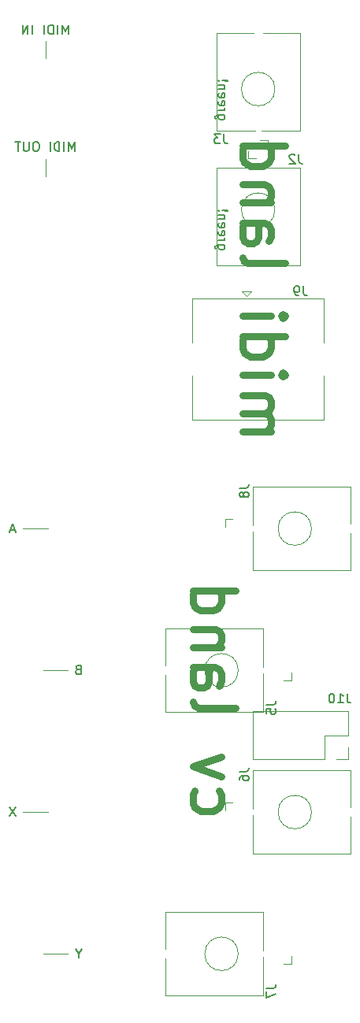
<source format=gbr>
%TF.GenerationSoftware,KiCad,Pcbnew,(5.1.6)-1*%
%TF.CreationDate,2021-03-13T16:13:42+00:00*%
%TF.ProjectId,expander,65787061-6e64-4657-922e-6b696361645f,rev?*%
%TF.SameCoordinates,Original*%
%TF.FileFunction,Legend,Bot*%
%TF.FilePolarity,Positive*%
%FSLAX46Y46*%
G04 Gerber Fmt 4.6, Leading zero omitted, Abs format (unit mm)*
G04 Created by KiCad (PCBNEW (5.1.6)-1) date 2021-03-13 16:13:42*
%MOMM*%
%LPD*%
G01*
G04 APERTURE LIST*
%ADD10C,0.762000*%
%ADD11C,0.120000*%
%ADD12C,0.150000*%
G04 APERTURE END LIST*
D10*
X51616428Y-119017142D02*
X51398714Y-119452571D01*
X51398714Y-120323428D01*
X51616428Y-120758857D01*
X51834142Y-120976571D01*
X52269571Y-121194285D01*
X53575857Y-121194285D01*
X54011285Y-120976571D01*
X54229000Y-120758857D01*
X54446714Y-120323428D01*
X54446714Y-119452571D01*
X54229000Y-119017142D01*
X54446714Y-117493142D02*
X51398714Y-116404571D01*
X54446714Y-115316000D01*
X51398714Y-109437714D02*
X51616428Y-109873142D01*
X52051857Y-110090857D01*
X55970714Y-110090857D01*
X51398714Y-105736571D02*
X53793571Y-105736571D01*
X54229000Y-105954285D01*
X54446714Y-106389714D01*
X54446714Y-107260571D01*
X54229000Y-107696000D01*
X51616428Y-105736571D02*
X51398714Y-106172000D01*
X51398714Y-107260571D01*
X51616428Y-107696000D01*
X52051857Y-107913714D01*
X52487285Y-107913714D01*
X52922714Y-107696000D01*
X53140428Y-107260571D01*
X53140428Y-106172000D01*
X53358142Y-105736571D01*
X54446714Y-103559428D02*
X51398714Y-103559428D01*
X54011285Y-103559428D02*
X54229000Y-103341714D01*
X54446714Y-102906285D01*
X54446714Y-102253142D01*
X54229000Y-101817714D01*
X53793571Y-101600000D01*
X51398714Y-101600000D01*
X51398714Y-97463428D02*
X55970714Y-97463428D01*
X51616428Y-97463428D02*
X51398714Y-97898857D01*
X51398714Y-98769714D01*
X51616428Y-99205142D01*
X51834142Y-99422857D01*
X52269571Y-99640571D01*
X53575857Y-99640571D01*
X54011285Y-99422857D01*
X54229000Y-99205142D01*
X54446714Y-98769714D01*
X54446714Y-97898857D01*
X54229000Y-97463428D01*
D11*
X35306000Y-136525000D02*
X37973000Y-136525000D01*
X33147000Y-121285000D02*
X35814000Y-121285000D01*
X35306000Y-106045000D02*
X37973000Y-106045000D01*
X33147000Y-90805000D02*
X35814000Y-90805000D01*
D12*
X54824285Y-60316857D02*
X54014761Y-60316857D01*
X53919523Y-60364476D01*
X53871904Y-60412095D01*
X53824285Y-60507333D01*
X53824285Y-60650190D01*
X53871904Y-60745428D01*
X54205238Y-60316857D02*
X54157619Y-60412095D01*
X54157619Y-60602571D01*
X54205238Y-60697809D01*
X54252857Y-60745428D01*
X54348095Y-60793047D01*
X54633809Y-60793047D01*
X54729047Y-60745428D01*
X54776666Y-60697809D01*
X54824285Y-60602571D01*
X54824285Y-60412095D01*
X54776666Y-60316857D01*
X54157619Y-59840666D02*
X54824285Y-59840666D01*
X54633809Y-59840666D02*
X54729047Y-59793047D01*
X54776666Y-59745428D01*
X54824285Y-59650190D01*
X54824285Y-59554952D01*
X54205238Y-58840666D02*
X54157619Y-58935904D01*
X54157619Y-59126380D01*
X54205238Y-59221619D01*
X54300476Y-59269238D01*
X54681428Y-59269238D01*
X54776666Y-59221619D01*
X54824285Y-59126380D01*
X54824285Y-58935904D01*
X54776666Y-58840666D01*
X54681428Y-58793047D01*
X54586190Y-58793047D01*
X54490952Y-59269238D01*
X54205238Y-57983523D02*
X54157619Y-58078761D01*
X54157619Y-58269238D01*
X54205238Y-58364476D01*
X54300476Y-58412095D01*
X54681428Y-58412095D01*
X54776666Y-58364476D01*
X54824285Y-58269238D01*
X54824285Y-58078761D01*
X54776666Y-57983523D01*
X54681428Y-57935904D01*
X54586190Y-57935904D01*
X54490952Y-58412095D01*
X54824285Y-57507333D02*
X54157619Y-57507333D01*
X54729047Y-57507333D02*
X54776666Y-57459714D01*
X54824285Y-57364476D01*
X54824285Y-57221619D01*
X54776666Y-57126380D01*
X54681428Y-57078761D01*
X54157619Y-57078761D01*
X54252857Y-56602571D02*
X54205238Y-56554952D01*
X54157619Y-56602571D01*
X54205238Y-56650190D01*
X54252857Y-56602571D01*
X54157619Y-56602571D01*
X54538571Y-56602571D02*
X55110000Y-56650190D01*
X55157619Y-56602571D01*
X55110000Y-56554952D01*
X54538571Y-56602571D01*
X55157619Y-56602571D01*
X54824285Y-46346857D02*
X54014761Y-46346857D01*
X53919523Y-46394476D01*
X53871904Y-46442095D01*
X53824285Y-46537333D01*
X53824285Y-46680190D01*
X53871904Y-46775428D01*
X54205238Y-46346857D02*
X54157619Y-46442095D01*
X54157619Y-46632571D01*
X54205238Y-46727809D01*
X54252857Y-46775428D01*
X54348095Y-46823047D01*
X54633809Y-46823047D01*
X54729047Y-46775428D01*
X54776666Y-46727809D01*
X54824285Y-46632571D01*
X54824285Y-46442095D01*
X54776666Y-46346857D01*
X54157619Y-45870666D02*
X54824285Y-45870666D01*
X54633809Y-45870666D02*
X54729047Y-45823047D01*
X54776666Y-45775428D01*
X54824285Y-45680190D01*
X54824285Y-45584952D01*
X54205238Y-44870666D02*
X54157619Y-44965904D01*
X54157619Y-45156380D01*
X54205238Y-45251619D01*
X54300476Y-45299238D01*
X54681428Y-45299238D01*
X54776666Y-45251619D01*
X54824285Y-45156380D01*
X54824285Y-44965904D01*
X54776666Y-44870666D01*
X54681428Y-44823047D01*
X54586190Y-44823047D01*
X54490952Y-45299238D01*
X54205238Y-44013523D02*
X54157619Y-44108761D01*
X54157619Y-44299238D01*
X54205238Y-44394476D01*
X54300476Y-44442095D01*
X54681428Y-44442095D01*
X54776666Y-44394476D01*
X54824285Y-44299238D01*
X54824285Y-44108761D01*
X54776666Y-44013523D01*
X54681428Y-43965904D01*
X54586190Y-43965904D01*
X54490952Y-44442095D01*
X54824285Y-43537333D02*
X54157619Y-43537333D01*
X54729047Y-43537333D02*
X54776666Y-43489714D01*
X54824285Y-43394476D01*
X54824285Y-43251619D01*
X54776666Y-43156380D01*
X54681428Y-43108761D01*
X54157619Y-43108761D01*
X54252857Y-42632571D02*
X54205238Y-42584952D01*
X54157619Y-42632571D01*
X54205238Y-42680190D01*
X54252857Y-42632571D01*
X54157619Y-42632571D01*
X54538571Y-42632571D02*
X55110000Y-42680190D01*
X55157619Y-42632571D01*
X55110000Y-42584952D01*
X54538571Y-42632571D01*
X55157619Y-42632571D01*
D11*
X35560000Y-51054000D02*
X35560000Y-52959000D01*
X35560000Y-38354000D02*
X35560000Y-40259000D01*
D10*
X56732714Y-80372857D02*
X59780714Y-80372857D01*
X59345285Y-80372857D02*
X59563000Y-80155142D01*
X59780714Y-79719714D01*
X59780714Y-79066571D01*
X59563000Y-78631142D01*
X59127571Y-78413428D01*
X56732714Y-78413428D01*
X59127571Y-78413428D02*
X59563000Y-78195714D01*
X59780714Y-77760285D01*
X59780714Y-77107142D01*
X59563000Y-76671714D01*
X59127571Y-76454000D01*
X56732714Y-76454000D01*
X56732714Y-74276857D02*
X59780714Y-74276857D01*
X61304714Y-74276857D02*
X61087000Y-74494571D01*
X60869285Y-74276857D01*
X61087000Y-74059142D01*
X61304714Y-74276857D01*
X60869285Y-74276857D01*
X56732714Y-70140285D02*
X61304714Y-70140285D01*
X56950428Y-70140285D02*
X56732714Y-70575714D01*
X56732714Y-71446571D01*
X56950428Y-71882000D01*
X57168142Y-72099714D01*
X57603571Y-72317428D01*
X58909857Y-72317428D01*
X59345285Y-72099714D01*
X59563000Y-71882000D01*
X59780714Y-71446571D01*
X59780714Y-70575714D01*
X59563000Y-70140285D01*
X56732714Y-67963142D02*
X59780714Y-67963142D01*
X61304714Y-67963142D02*
X61087000Y-68180857D01*
X60869285Y-67963142D01*
X61087000Y-67745428D01*
X61304714Y-67963142D01*
X60869285Y-67963142D01*
X56732714Y-61649428D02*
X56950428Y-62084857D01*
X57385857Y-62302571D01*
X61304714Y-62302571D01*
X56732714Y-57948285D02*
X59127571Y-57948285D01*
X59563000Y-58166000D01*
X59780714Y-58601428D01*
X59780714Y-59472285D01*
X59563000Y-59907714D01*
X56950428Y-57948285D02*
X56732714Y-58383714D01*
X56732714Y-59472285D01*
X56950428Y-59907714D01*
X57385857Y-60125428D01*
X57821285Y-60125428D01*
X58256714Y-59907714D01*
X58474428Y-59472285D01*
X58474428Y-58383714D01*
X58692142Y-57948285D01*
X59780714Y-55771142D02*
X56732714Y-55771142D01*
X59345285Y-55771142D02*
X59563000Y-55553428D01*
X59780714Y-55118000D01*
X59780714Y-54464857D01*
X59563000Y-54029428D01*
X59127571Y-53811714D01*
X56732714Y-53811714D01*
X56732714Y-49675142D02*
X61304714Y-49675142D01*
X56950428Y-49675142D02*
X56732714Y-50110571D01*
X56732714Y-50981428D01*
X56950428Y-51416857D01*
X57168142Y-51634571D01*
X57603571Y-51852285D01*
X58909857Y-51852285D01*
X59345285Y-51634571D01*
X59563000Y-51416857D01*
X59780714Y-50981428D01*
X59780714Y-50110571D01*
X59563000Y-49675142D01*
D12*
X39116000Y-136501190D02*
X39116000Y-136977380D01*
X39449333Y-135977380D02*
X39116000Y-136501190D01*
X38782666Y-135977380D01*
X32337333Y-120737380D02*
X31670666Y-121737380D01*
X31670666Y-120737380D02*
X32337333Y-121737380D01*
X39044571Y-105973571D02*
X38901714Y-106021190D01*
X38854095Y-106068809D01*
X38806476Y-106164047D01*
X38806476Y-106306904D01*
X38854095Y-106402142D01*
X38901714Y-106449761D01*
X38996952Y-106497380D01*
X39377904Y-106497380D01*
X39377904Y-105497380D01*
X39044571Y-105497380D01*
X38949333Y-105545000D01*
X38901714Y-105592619D01*
X38854095Y-105687857D01*
X38854095Y-105783095D01*
X38901714Y-105878333D01*
X38949333Y-105925952D01*
X39044571Y-105973571D01*
X39377904Y-105973571D01*
X32242095Y-90971666D02*
X31765904Y-90971666D01*
X32337333Y-91257380D02*
X32004000Y-90257380D01*
X31670666Y-91257380D01*
X38679047Y-50236380D02*
X38679047Y-49236380D01*
X38345714Y-49950666D01*
X38012380Y-49236380D01*
X38012380Y-50236380D01*
X37536190Y-50236380D02*
X37536190Y-49236380D01*
X37060000Y-50236380D02*
X37060000Y-49236380D01*
X36821904Y-49236380D01*
X36679047Y-49284000D01*
X36583809Y-49379238D01*
X36536190Y-49474476D01*
X36488571Y-49664952D01*
X36488571Y-49807809D01*
X36536190Y-49998285D01*
X36583809Y-50093523D01*
X36679047Y-50188761D01*
X36821904Y-50236380D01*
X37060000Y-50236380D01*
X36060000Y-50236380D02*
X36060000Y-49236380D01*
X34631428Y-49236380D02*
X34440952Y-49236380D01*
X34345714Y-49284000D01*
X34250476Y-49379238D01*
X34202857Y-49569714D01*
X34202857Y-49903047D01*
X34250476Y-50093523D01*
X34345714Y-50188761D01*
X34440952Y-50236380D01*
X34631428Y-50236380D01*
X34726666Y-50188761D01*
X34821904Y-50093523D01*
X34869523Y-49903047D01*
X34869523Y-49569714D01*
X34821904Y-49379238D01*
X34726666Y-49284000D01*
X34631428Y-49236380D01*
X33774285Y-49236380D02*
X33774285Y-50045904D01*
X33726666Y-50141142D01*
X33679047Y-50188761D01*
X33583809Y-50236380D01*
X33393333Y-50236380D01*
X33298095Y-50188761D01*
X33250476Y-50141142D01*
X33202857Y-50045904D01*
X33202857Y-49236380D01*
X32869523Y-49236380D02*
X32298095Y-49236380D01*
X32583809Y-50236380D02*
X32583809Y-49236380D01*
X38012380Y-37663380D02*
X38012380Y-36663380D01*
X37679047Y-37377666D01*
X37345714Y-36663380D01*
X37345714Y-37663380D01*
X36869523Y-37663380D02*
X36869523Y-36663380D01*
X36393333Y-37663380D02*
X36393333Y-36663380D01*
X36155238Y-36663380D01*
X36012380Y-36711000D01*
X35917142Y-36806238D01*
X35869523Y-36901476D01*
X35821904Y-37091952D01*
X35821904Y-37234809D01*
X35869523Y-37425285D01*
X35917142Y-37520523D01*
X36012380Y-37615761D01*
X36155238Y-37663380D01*
X36393333Y-37663380D01*
X35393333Y-37663380D02*
X35393333Y-36663380D01*
X34155238Y-37663380D02*
X34155238Y-36663380D01*
X33679047Y-37663380D02*
X33679047Y-36663380D01*
X33107619Y-37663380D01*
X33107619Y-36663380D01*
D11*
%TO.C,J9*%
X57150000Y-65850000D02*
X56650000Y-65350000D01*
X56650000Y-65350000D02*
X57650000Y-65350000D01*
X57650000Y-65350000D02*
X57150000Y-65850000D01*
X65450000Y-66050000D02*
X51350000Y-66050000D01*
X51350000Y-66050000D02*
X51350000Y-70850000D01*
X51350000Y-74350000D02*
X51350000Y-79150000D01*
X51350000Y-79150000D02*
X65450000Y-79150000D01*
X65450000Y-79150000D02*
X65450000Y-74350000D01*
X65450000Y-70850000D02*
X65450000Y-66050000D01*
%TO.C,J10*%
X57852000Y-115630000D02*
X57852000Y-110430000D01*
X65532000Y-115630000D02*
X57852000Y-115630000D01*
X68132000Y-110430000D02*
X57852000Y-110430000D01*
X65532000Y-115630000D02*
X65532000Y-113030000D01*
X65532000Y-113030000D02*
X68132000Y-113030000D01*
X68132000Y-113030000D02*
X68132000Y-110430000D01*
X66802000Y-115630000D02*
X68132000Y-115630000D01*
X68132000Y-115630000D02*
X68132000Y-114300000D01*
%TO.C,J3*%
X53920000Y-48058000D02*
X53920000Y-37558000D01*
X62920000Y-48058000D02*
X62920000Y-37558000D01*
X62920000Y-37558000D02*
X58920000Y-37558000D01*
X57920000Y-37558000D02*
X53920000Y-37558000D01*
X62920000Y-48058000D02*
X58770000Y-48058000D01*
X58070000Y-48058000D02*
X53920000Y-48058000D01*
X60220000Y-43558000D02*
G75*
G03*
X60220000Y-43558000I-1800000J0D01*
G01*
X57360000Y-51038000D02*
X57360000Y-50238000D01*
X57360000Y-51038000D02*
X58220000Y-51038000D01*
%TO.C,J2*%
X62920000Y-52018000D02*
X62920000Y-62518000D01*
X53920000Y-52018000D02*
X53920000Y-62518000D01*
X53920000Y-62518000D02*
X57920000Y-62518000D01*
X58920000Y-62518000D02*
X62920000Y-62518000D01*
X53920000Y-52018000D02*
X58070000Y-52018000D01*
X58770000Y-52018000D02*
X62920000Y-52018000D01*
X60220000Y-56518000D02*
G75*
G03*
X60220000Y-56518000I-1800000J0D01*
G01*
X59480000Y-49038000D02*
X59480000Y-49838000D01*
X59480000Y-49038000D02*
X58620000Y-49038000D01*
%TO.C,J8*%
X54880000Y-89745000D02*
X54880000Y-90605000D01*
X54880000Y-89745000D02*
X55680000Y-89745000D01*
X64160000Y-90805000D02*
G75*
G03*
X64160000Y-90805000I-1800000J0D01*
G01*
X57860000Y-90455000D02*
X57860000Y-86305000D01*
X57860000Y-95305000D02*
X57860000Y-91155000D01*
X68360000Y-90305000D02*
X68360000Y-86305000D01*
X68360000Y-95305000D02*
X68360000Y-91305000D01*
X57860000Y-95305000D02*
X68360000Y-95305000D01*
X57860000Y-86305000D02*
X68360000Y-86305000D01*
%TO.C,J7*%
X61960000Y-137585000D02*
X61960000Y-136725000D01*
X61960000Y-137585000D02*
X61160000Y-137585000D01*
X56280000Y-136525000D02*
G75*
G03*
X56280000Y-136525000I-1800000J0D01*
G01*
X58980000Y-136875000D02*
X58980000Y-141025000D01*
X58980000Y-132025000D02*
X58980000Y-136175000D01*
X48480000Y-137025000D02*
X48480000Y-141025000D01*
X48480000Y-132025000D02*
X48480000Y-136025000D01*
X58980000Y-132025000D02*
X48480000Y-132025000D01*
X58980000Y-141025000D02*
X48480000Y-141025000D01*
%TO.C,J6*%
X54880000Y-120225000D02*
X54880000Y-121085000D01*
X54880000Y-120225000D02*
X55680000Y-120225000D01*
X64160000Y-121285000D02*
G75*
G03*
X64160000Y-121285000I-1800000J0D01*
G01*
X57860000Y-120935000D02*
X57860000Y-116785000D01*
X57860000Y-125785000D02*
X57860000Y-121635000D01*
X68360000Y-120785000D02*
X68360000Y-116785000D01*
X68360000Y-125785000D02*
X68360000Y-121785000D01*
X57860000Y-125785000D02*
X68360000Y-125785000D01*
X57860000Y-116785000D02*
X68360000Y-116785000D01*
%TO.C,J5*%
X61960000Y-107105000D02*
X61960000Y-106245000D01*
X61960000Y-107105000D02*
X61160000Y-107105000D01*
X56280000Y-106045000D02*
G75*
G03*
X56280000Y-106045000I-1800000J0D01*
G01*
X58980000Y-106395000D02*
X58980000Y-110545000D01*
X58980000Y-101545000D02*
X58980000Y-105695000D01*
X48480000Y-106545000D02*
X48480000Y-110545000D01*
X48480000Y-101545000D02*
X48480000Y-105545000D01*
X58980000Y-101545000D02*
X48480000Y-101545000D01*
X58980000Y-110545000D02*
X48480000Y-110545000D01*
%TO.C,J9*%
D12*
X63283333Y-64752380D02*
X63283333Y-65466666D01*
X63330952Y-65609523D01*
X63426190Y-65704761D01*
X63569047Y-65752380D01*
X63664285Y-65752380D01*
X62759523Y-65752380D02*
X62569047Y-65752380D01*
X62473809Y-65704761D01*
X62426190Y-65657142D01*
X62330952Y-65514285D01*
X62283333Y-65323809D01*
X62283333Y-64942857D01*
X62330952Y-64847619D01*
X62378571Y-64800000D01*
X62473809Y-64752380D01*
X62664285Y-64752380D01*
X62759523Y-64800000D01*
X62807142Y-64847619D01*
X62854761Y-64942857D01*
X62854761Y-65180952D01*
X62807142Y-65276190D01*
X62759523Y-65323809D01*
X62664285Y-65371428D01*
X62473809Y-65371428D01*
X62378571Y-65323809D01*
X62330952Y-65276190D01*
X62283333Y-65180952D01*
%TO.C,J10*%
X67992523Y-108545380D02*
X67992523Y-109259666D01*
X68040142Y-109402523D01*
X68135380Y-109497761D01*
X68278238Y-109545380D01*
X68373476Y-109545380D01*
X66992523Y-109545380D02*
X67563952Y-109545380D01*
X67278238Y-109545380D02*
X67278238Y-108545380D01*
X67373476Y-108688238D01*
X67468714Y-108783476D01*
X67563952Y-108831095D01*
X66373476Y-108545380D02*
X66278238Y-108545380D01*
X66183000Y-108593000D01*
X66135380Y-108640619D01*
X66087761Y-108735857D01*
X66040142Y-108926333D01*
X66040142Y-109164428D01*
X66087761Y-109354904D01*
X66135380Y-109450142D01*
X66183000Y-109497761D01*
X66278238Y-109545380D01*
X66373476Y-109545380D01*
X66468714Y-109497761D01*
X66516333Y-109450142D01*
X66563952Y-109354904D01*
X66611571Y-109164428D01*
X66611571Y-108926333D01*
X66563952Y-108735857D01*
X66516333Y-108640619D01*
X66468714Y-108593000D01*
X66373476Y-108545380D01*
%TO.C,J3*%
X54723333Y-48410380D02*
X54723333Y-49124666D01*
X54770952Y-49267523D01*
X54866190Y-49362761D01*
X55009047Y-49410380D01*
X55104285Y-49410380D01*
X54342380Y-48410380D02*
X53723333Y-48410380D01*
X54056666Y-48791333D01*
X53913809Y-48791333D01*
X53818571Y-48838952D01*
X53770952Y-48886571D01*
X53723333Y-48981809D01*
X53723333Y-49219904D01*
X53770952Y-49315142D01*
X53818571Y-49362761D01*
X53913809Y-49410380D01*
X54199523Y-49410380D01*
X54294761Y-49362761D01*
X54342380Y-49315142D01*
%TO.C,J2*%
X62783333Y-50570380D02*
X62783333Y-51284666D01*
X62830952Y-51427523D01*
X62926190Y-51522761D01*
X63069047Y-51570380D01*
X63164285Y-51570380D01*
X62354761Y-50665619D02*
X62307142Y-50618000D01*
X62211904Y-50570380D01*
X61973809Y-50570380D01*
X61878571Y-50618000D01*
X61830952Y-50665619D01*
X61783333Y-50760857D01*
X61783333Y-50856095D01*
X61830952Y-50998952D01*
X62402380Y-51570380D01*
X61783333Y-51570380D01*
%TO.C,J8*%
X56412380Y-86441666D02*
X57126666Y-86441666D01*
X57269523Y-86394047D01*
X57364761Y-86298809D01*
X57412380Y-86155952D01*
X57412380Y-86060714D01*
X56840952Y-87060714D02*
X56793333Y-86965476D01*
X56745714Y-86917857D01*
X56650476Y-86870238D01*
X56602857Y-86870238D01*
X56507619Y-86917857D01*
X56460000Y-86965476D01*
X56412380Y-87060714D01*
X56412380Y-87251190D01*
X56460000Y-87346428D01*
X56507619Y-87394047D01*
X56602857Y-87441666D01*
X56650476Y-87441666D01*
X56745714Y-87394047D01*
X56793333Y-87346428D01*
X56840952Y-87251190D01*
X56840952Y-87060714D01*
X56888571Y-86965476D01*
X56936190Y-86917857D01*
X57031428Y-86870238D01*
X57221904Y-86870238D01*
X57317142Y-86917857D01*
X57364761Y-86965476D01*
X57412380Y-87060714D01*
X57412380Y-87251190D01*
X57364761Y-87346428D01*
X57317142Y-87394047D01*
X57221904Y-87441666D01*
X57031428Y-87441666D01*
X56936190Y-87394047D01*
X56888571Y-87346428D01*
X56840952Y-87251190D01*
%TO.C,J7*%
X59332380Y-140221666D02*
X60046666Y-140221666D01*
X60189523Y-140174047D01*
X60284761Y-140078809D01*
X60332380Y-139935952D01*
X60332380Y-139840714D01*
X59332380Y-140602619D02*
X59332380Y-141269285D01*
X60332380Y-140840714D01*
%TO.C,J6*%
X56412380Y-116921666D02*
X57126666Y-116921666D01*
X57269523Y-116874047D01*
X57364761Y-116778809D01*
X57412380Y-116635952D01*
X57412380Y-116540714D01*
X56412380Y-117826428D02*
X56412380Y-117635952D01*
X56460000Y-117540714D01*
X56507619Y-117493095D01*
X56650476Y-117397857D01*
X56840952Y-117350238D01*
X57221904Y-117350238D01*
X57317142Y-117397857D01*
X57364761Y-117445476D01*
X57412380Y-117540714D01*
X57412380Y-117731190D01*
X57364761Y-117826428D01*
X57317142Y-117874047D01*
X57221904Y-117921666D01*
X56983809Y-117921666D01*
X56888571Y-117874047D01*
X56840952Y-117826428D01*
X56793333Y-117731190D01*
X56793333Y-117540714D01*
X56840952Y-117445476D01*
X56888571Y-117397857D01*
X56983809Y-117350238D01*
%TO.C,J5*%
X59332380Y-109741666D02*
X60046666Y-109741666D01*
X60189523Y-109694047D01*
X60284761Y-109598809D01*
X60332380Y-109455952D01*
X60332380Y-109360714D01*
X59332380Y-110694047D02*
X59332380Y-110217857D01*
X59808571Y-110170238D01*
X59760952Y-110217857D01*
X59713333Y-110313095D01*
X59713333Y-110551190D01*
X59760952Y-110646428D01*
X59808571Y-110694047D01*
X59903809Y-110741666D01*
X60141904Y-110741666D01*
X60237142Y-110694047D01*
X60284761Y-110646428D01*
X60332380Y-110551190D01*
X60332380Y-110313095D01*
X60284761Y-110217857D01*
X60237142Y-110170238D01*
%TD*%
M02*

</source>
